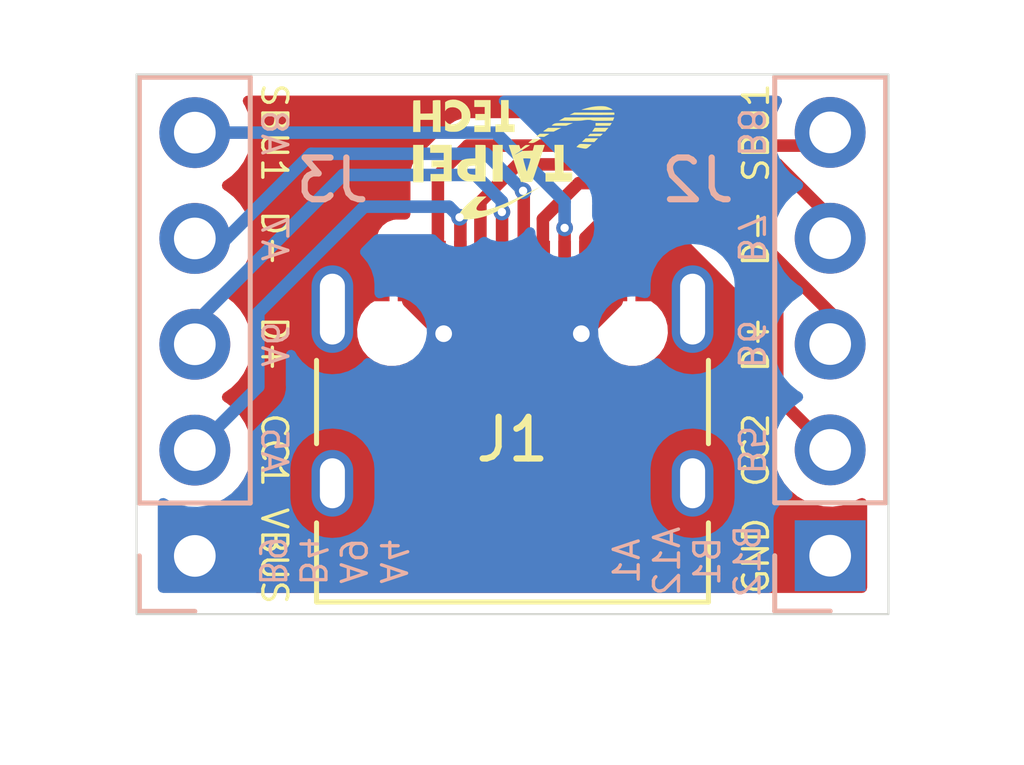
<source format=kicad_pcb>
(kicad_pcb (version 20211014) (generator pcbnew)
  (layers (0 "F.Cu" signal) (31 "B.Cu" signal) (34 "B.Paste" user) (35 "F.Paste" user) (36 "B.SilkS" user "B.Silkscreen") (37 "F.SilkS" user "F.Silkscreen") (38 "B.Mask" user) (39 "F.Mask" user) (44 "Edge.Cuts" user))
  (net 0 "")
  (net 1 "Net-(J1-PadA1)")
  (net 2 "Net-(J1-PadA4)")
  (net 3 "Net-(J1-PadA5)")
  (net 4 "Net-(J1-PadA6)")
  (net 5 "Net-(J1-PadA7)")
  (net 6 "Net-(J1-PadA8)")
  (net 7 "Net-(J1-PadB5)")
  (net 8 "Net-(J1-PadB6)")
  (net 9 "Net-(J1-PadB7)")
  (net 10 "Net-(J1-PadB8)")
  (footprint "type-c:USB_C_Receptacle_HRO_TYPE-C-31-M-12" (layer "F.Cu") (at 142.24 111.506)
    (fp_text reference "J1" (at 0 0) (layer "F.SilkS"))
    (fp_text value "USB_C_Receptacle_USB2.0")
    (fp_line (start -4.7 2) (end -4.7 3.9) (layer "F.SilkS") (width 0.12))
    (fp_line (start -4.7 3.9) (end 4.7 3.9) (layer "F.SilkS") (width 0.12))
    (fp_line (start 4.7 2) (end 4.7 3.9) (layer "F.SilkS") (width 0.12))
    (fp_line (start -4.7 -1.9) (end -4.7 0.1) (layer "F.SilkS") (width 0.12))
    (fp_line (start 4.7 -1.9) (end 4.7 0.1) (layer "F.SilkS") (width 0.12))
    (pad "" np_thru_hole circle (at -2.89 -2.6) (size 0.65 0.65) (drill 0.65) (layers *.Cu *.Mask))
    (pad "" np_thru_hole circle (at 2.89 -2.6) (size 0.65 0.65) (drill 0.65) (layers *.Cu *.Mask))
    (pad "A1" smd rect (at -3.25 -4.045) (size 0.6 1.45) (layers "F.Cu" "F.Paste" "F.Mask") (net 1 "Net-(J1-PadA1)"))
    (pad "A4" smd rect (at -2.45 -4.045) (size 0.6 1.45) (layers "F.Cu" "F.Paste" "F.Mask") (net 2 "Net-(J1-PadA4)"))
    (pad "A5" smd rect (at -1.25 -4.045) (size 0.3 1.45) (layers "F.Cu" "F.Paste" "F.Mask") (net 3 "Net-(J1-PadA5)"))
    (pad "A6" smd rect (at -0.25 -4.045) (size 0.3 1.45) (layers "F.Cu" "F.Paste" "F.Mask") (net 4 "Net-(J1-PadA6)"))
    (pad "A7" smd rect (at 0.25 -4.045) (size 0.3 1.45) (layers "F.Cu" "F.Paste" "F.Mask") (net 5 "Net-(J1-PadA7)"))
    (pad "A8" smd rect (at 1.25 -4.045) (size 0.3 1.45) (layers "F.Cu" "F.Paste" "F.Mask") (net 6 "Net-(J1-PadA8)"))
    (pad "A9" smd rect (at 2.45 -4.045) (size 0.6 1.45) (layers "F.Cu" "F.Paste" "F.Mask") (net 2 "Net-(J1-PadA4)"))
    (pad "A12" smd rect (at 3.25 -4.045) (size 0.6 1.45) (layers "F.Cu" "F.Paste" "F.Mask") (net 1 "Net-(J1-PadA1)"))
    (pad "B1" smd rect (at 3.25 -4.045) (size 0.6 1.45) (layers "F.Cu" "F.Paste" "F.Mask") (net 1 "Net-(J1-PadA1)"))
    (pad "B4" smd rect (at 2.45 -4.045) (size 0.6 1.45) (layers "F.Cu" "F.Paste" "F.Mask") (net 2 "Net-(J1-PadA4)"))
    (pad "B5" smd rect (at 1.75 -4.045) (size 0.3 1.45) (layers "F.Cu" "F.Paste" "F.Mask") (net 7 "Net-(J1-PadB5)"))
    (pad "B6" smd rect (at 0.75 -4.045) (size 0.3 1.45) (layers "F.Cu" "F.Paste" "F.Mask") (net 8 "Net-(J1-PadB6)"))
    (pad "B7" smd rect (at -0.75 -4.045) (size 0.3 1.45) (layers "F.Cu" "F.Paste" "F.Mask") (net 9 "Net-(J1-PadB7)"))
    (pad "B8" smd rect (at -1.75 -4.045) (size 0.3 1.45) (layers "F.Cu" "F.Paste" "F.Mask") (net 10 "Net-(J1-PadB8)"))
    (pad "B9" smd rect (at -2.45 -4.045) (size 0.6 1.45) (layers "F.Cu" "F.Paste" "F.Mask") (net 2 "Net-(J1-PadA4)"))
    (pad "B12" smd rect (at -3.25 -4.045) (size 0.6 1.45) (layers "F.Cu" "F.Paste" "F.Mask") (net 1 "Net-(J1-PadA1)"))
    (pad "S1" thru_hole oval (at 4.32 1.05) (size 1 1.6) (drill oval 0.6 1.2) (layers *.Cu *.Mask) (net 1 "Net-(J1-PadA1)"))
    (pad "S1" thru_hole oval (at 4.32 -3.13) (size 1 2.1) (drill oval 0.6 1.7) (layers *.Cu *.Mask) (net 1 "Net-(J1-PadA1)"))
    (pad "S1" thru_hole oval (at -4.32 -3.13) (size 1 2.1) (drill oval 0.6 1.7) (layers *.Cu *.Mask) (net 1 "Net-(J1-PadA1)"))
    (pad "S1" thru_hole oval (at -4.32 1.05) (size 1 1.6) (drill oval 0.6 1.2) (layers *.Cu *.Mask) (net 1 "Net-(J1-PadA1)"))
  )
  (footprint "type-c:NTUT" (layer "F.Cu") (at 142.24 104.775 180)
    (fp_text reference "G***" hide)
    (fp_text value "LOGO" hide)
    (fp_poly (pts (xy -0.660991 0.535152) (xy -0.563824 0.5375) (xy -0.609765 0.572916) (xy -0.655707 0.608333) (xy -0.76952 0.608333) (xy -0.810899 0.608098) (xy -0.845556 0.607454) (xy -0.870471 0.606491) (xy -0.882626 0.6053) (xy -0.883334 0.604919) (xy -0.876552 0.599657) (xy -0.858453 0.588544) (xy -0.832402 0.573613) (xy -0.820746 0.567156) (xy -0.758158 0.532805)) (layer "F.SilkS") (width 0) (fill solid))
    (fp_poly (pts (xy -1.929816 1.060257) (xy -1.903688 1.060354) (xy -1.370834 1.0625) (xy -1.482968 1.116666) (xy -2.43986 1.116666) (xy -2.445392 1.094627) (xy -2.447113 1.075885) (xy -2.443733 1.065399) (xy -2.434358 1.064181) (xy -2.409737 1.063093) (xy -2.37129 1.06215) (xy -2.320438 1.061364) (xy -2.258602 1.060749) (xy -2.187201 1.060317) (xy -2.107656 1.060082) (xy -2.021388 1.060058)) (layer "F.SilkS") (width 0) (fill solid))
    (fp_poly (pts (xy -1.426282 0.918121) (xy -1.366667 0.918549) (xy -1.1125 0.920833) (xy -1.182341 0.960416) (xy -1.252181 1) (xy -2.441389 1) (xy -2.425844 0.960416) (xy -2.410299 0.920833) (xy -2.179568 0.918617) (xy -2.107781 0.918085) (xy -2.050617 0.918076) (xy -2.006039 0.918668) (xy -1.972008 0.919941) (xy -1.946486 0.921973) (xy -1.927437 0.924845) (xy -1.912822 0.928635) (xy -1.911627 0.929033) (xy -1.862517 0.939091) (xy -1.800208 0.940656) (xy -1.725844 0.933729) (xy -1.695219 0.928966) (xy -1.668019 0.925042) (xy -1.636689 0.922058) (xy -1.59904 0.919943) (xy -1.552882 0.918628) (xy -1.496026 0.918044)) (layer "F.SilkS") (width 0) (fill solid))
    (fp_poly (pts (xy 0.475 0.341666) (xy 0.233333 0.341666) (xy 0.233333 -0.541667) (xy 0.475 -0.541667)) (layer "F.SilkS") (width 0) (fill solid))
    (fp_poly (pts (xy 0.875 -0.537213) (xy 0.943082 -0.537074) (xy 0.996754 -0.536741) (xy 1.038274 -0.536052) (xy 1.0699 -0.534843) (xy 1.093887 -0.532952) (xy 1.112494 -0.530216) (xy 1.127978 -0.526473) (xy 1.142596 -0.521561) (xy 1.154105 -0.517107) (xy 1.20222 -0.491507) (xy 1.248607 -0.452713) (xy 1.250687 -0.450646) (xy 1.284437 -0.412198) (xy 1.306914 -0.373742) (xy 1.31965 -0.330924) (xy 1.32418 -0.279384) (xy 1.323631 -0.243319) (xy 1.317133 -0.183354) (xy 1.301919 -0.134359) (xy 1.27613 -0.09211) (xy 1.240476 -0.05468) (xy 1.21029 -0.030924) (xy 1.177854 -0.01321) (xy 1.139973 -0.000609) (xy 1.09345 0.007807) (xy 1.03509 0.012965) (xy 1.002083 0.014551) (xy 0.891666 0.01884) (xy 0.891666 0.341666) (xy 0.770571 0.341666) (xy 0.719175 0.341236) (xy 0.682702 0.33985) (xy 0.659428 0.337365) (xy 0.647628 0.333636) (xy 0.645487 0.33125) (xy 0.644757 0.321117) (xy 0.644152 0.295924) (xy 0.643679 0.257275) (xy 0.643346 0.206775) (xy 0.643159 0.146031) (xy 0.643124 0.076647) (xy 0.643248 0.000228) (xy 0.643538 -0.08162) (xy 0.643666 -0.108334) (xy 0.645025 -0.377394) (xy 0.891666 -0.377394) (xy 0.891666 -0.154075) (xy 0.960416 -0.159197) (xy 0.994333 -0.162337) (xy 1.023075 -0.166106) (xy 1.041566 -0.169808) (xy 1.044058 -0.17067) (xy 1.063037 -0.186988) (xy 1.076501 -0.214307) (xy 1.083632 -0.24764) (xy 1.083616 -0.281997) (xy 1.075637 -0.312391) (xy 1.069072 -0.323661) (xy 1.050214 -0.343746) (xy 1.026249 -0.357463) (xy 0.993253 -0.366417) (xy 0.951327 -0.371849) (xy 0.891666 -0.377394) (xy 0.645025 -0.377394) (xy 0.645833 -0.5375)) (layer "F.SilkS") (width 0) (fill solid))
    (fp_poly (pts (xy -1.940047 0.704166) (xy -1.97023 0.75) (xy -2.302906 0.75) (xy -2.286016 0.73125) (xy -2.269293 0.712426) (xy -2.249531 0.689849) (xy -2.245686 0.685416) (xy -2.222246 0.658333) (xy -1.909863 0.658333)) (layer "F.SilkS") (width 0) (fill solid))
    (fp_poly (pts (xy -1.860932 0.60764) (xy -2.013809 0.61007) (xy -2.062203 0.610585) (xy -2.10429 0.610549) (xy -2.137467 0.610003) (xy -2.159128 0.60899) (xy -2.166677 0.607588) (xy -2.161044 0.599567) (xy -2.146769 0.584817) (xy -2.137723 0.576338) (xy -2.108778 0.55) (xy -1.805064 0.55)) (layer "F.SilkS") (width 0) (fill solid))
    (fp_poly (pts (xy 2.383333 0.341666) (xy 2.133333 0.341666) (xy 2.133333 -0.558334) (xy 2.383333 -0.558334)) (layer "F.SilkS") (width 0) (fill solid))
    (fp_poly (pts (xy -1.108334 0.800235) (xy -1.04945 0.800313) (xy -1.0054 0.800572) (xy -0.974352 0.801198) (xy -0.954472 0.802379) (xy -0.943928 0.804301) (xy -0.940888 0.807152) (xy -0.943519 0.811119) (xy -0.949988 0.816389) (xy -0.95 0.816399) (xy -0.969757 0.831278) (xy -0.987328 0.842885) (xy -1.005083 0.851622) (xy -1.025396 0.857889) (xy -1.050636 0.862088) (xy -1.083174 0.86462) (xy -1.125383 0.865886) (xy -1.179632 0.866287) (xy -1.244538 0.866232) (xy -1.454167 0.865798) (xy -1.370834 0.832949) (xy -1.2875 0.8001)) (layer "F.SilkS") (width 0) (fill solid))
    (fp_poly (pts (xy 1.466264 0.654748) (xy 1.499543 0.656372) (xy 1.52517 0.659895) (xy 1.547643 0.66591) (xy 1.56875 0.673884) (xy 1.616666 0.693602) (xy 1.616666 0.927346) (xy 1.583948 0.890176) (xy 1.554699 0.862745) (xy 1.522058 0.845193) (xy 1.481818 0.835944) (xy 1.432366 0.833414) (xy 1.38453 0.837436) (xy 1.342747 0.850565) (xy 1.3375 0.85294) (xy 1.303387 0.873561) (xy 1.271005 0.901219) (xy 1.244645 0.931576) (xy 1.228598 0.960293) (xy 1.227294 0.964373) (xy 1.22221 0.995103) (xy 1.2208 1.033069) (xy 1.222772 1.072308) (xy 1.22783 1.106857) (xy 1.235471 1.130365) (xy 1.26961 1.177109) (xy 1.314763 1.212589) (xy 1.36846 1.235341) (xy 1.42661 1.243865) (xy 1.487439 1.239628) (xy 1.538026 1.22432) (xy 1.5771 1.198424) (xy 1.592236 1.181223) (xy 1.616666 1.147499) (xy 1.616666 1.365531) (xy 1.592217 1.382941) (xy 1.546413 1.406878) (xy 1.490122 1.422483) (xy 1.42771 1.428981) (xy 1.363544 1.425598) (xy 1.357075 1.424668) (xy 1.279202 1.404816) (xy 1.206458 1.37079) (xy 1.141256 1.324374) (xy 1.086006 1.267357) (xy 1.043122 1.201522) (xy 1.035993 1.186917) (xy 1.017942 1.132043) (xy 1.008946 1.068885) (xy 1.009248 1.003309) (xy 1.019091 0.941176) (xy 1.02499 0.920861) (xy 1.055684 0.854191) (xy 1.100621 0.79312) (xy 1.157768 0.739681) (xy 1.225086 0.695907) (xy 1.272165 0.674062) (xy 1.296608 0.66535) (xy 1.320654 0.659634) (xy 1.348874 0.656309) (xy 1.385845 0.654772) (xy 1.420833 0.654432)) (layer "F.SilkS") (width 0) (fill solid))
    (fp_poly (pts (xy 1.19385 -1.445207) (xy 1.238742 -1.436634) (xy 1.269721 -1.422306) (xy 1.28749 -1.40183) (xy 1.292756 -1.374811) (xy 1.286222 -1.340855) (xy 1.279691 -1.323376) (xy 1.26004 -1.287245) (xy 1.228556 -1.243155) (xy 1.186901 -1.192921) (xy 1.136738 -1.138362) (xy 1.07973 -1.081296) (xy 1.017541 -1.023541) (xy 0.959315 -0.973145) (xy 0.872798 -0.900794) (xy 0.744939 -0.898314) (xy 0.696468 -0.897501) (xy 0.662548 -0.897382) (xy 0.641074 -0.898156) (xy 0.629938 -0.900019) (xy 0.627033 -0.903168) (xy 0.630253 -0.9078) (xy 0.631457 -0.908932) (xy 0.64362 -0.919805) (xy 0.664924 -0.938651) (xy 0.691966 -0.962466) (xy 0.711668 -0.979766) (xy 0.745234 -1.011077) (xy 0.779171 -1.045854) (xy 0.808017 -1.078389) (xy 0.817726 -1.090573) (xy 0.847401 -1.135246) (xy 0.862531 -1.171877) (xy 0.863093 -1.200606) (xy 0.849062 -1.22157) (xy 0.820414 -1.23491) (xy 0.792039 -1.239748) (xy 0.736755 -1.239675) (xy 0.667947 -1.230186) (xy 0.585794 -1.211349) (xy 0.490478 -1.18323) (xy 0.382181 -1.145897) (xy 0.261084 -1.099415) (xy 0.127368 -1.043852) (xy -0.018786 -0.979274) (xy -0.177197 -0.905748) (xy -0.347682 -0.823342) (xy -0.375 -0.809865) (xy -0.447133 -0.77419) (xy -0.505701 -0.745236) (xy -0.552084 -0.722338) (xy -0.587658 -0.70483) (xy -0.613799 -0.692047) (xy -0.631887 -0.683323) (xy -0.643297 -0.677993) (xy -0.649406 -0.675392) (xy -0.651593 -0.674855) (xy -0.651234 -0.675715) (xy -0.65 -0.677002) (xy -0.641549 -0.682669) (xy -0.620569 -0.695702) (xy -0.588891 -0.715008) (xy -0.548346 -0.739495) (xy -0.500767 -0.768072) (xy -0.447985 -0.799646) (xy -0.391831 -0.833124) (xy -0.334138 -0.867414) (xy -0.276736 -0.901425) (xy -0.221458 -0.934064) (xy -0.170135 -0.964238) (xy -0.124598 -0.990856) (xy -0.091667 -1.009951) (xy 0.047261 -1.088846) (xy 0.174329 -1.15823) (xy 0.290968 -1.218646) (xy 0.39861 -1.270638) (xy 0.498688 -1.314748) (xy 0.592634 -1.35152) (xy 0.681878 -1.381498) (xy 0.767854 -1.405223) (xy 0.851994 -1.423241) (xy 0.935728 -1.436093) (xy 1.02049 -1.444323) (xy 1.059507 -1.446671) (xy 1.13434 -1.448422)) (layer "F.SilkS") (width 0) (fill solid))
    (fp_poly (pts (xy -0.054861 -0.110416) (xy -0.027582 -0.028464) (xy -0.001952 0.048752) (xy 0.021553 0.119783) (xy 0.042458 0.183184) (xy 0.060286 0.237507) (xy 0.074564 0.281306) (xy 0.084816 0.313135) (xy 0.090567 0.331546) (xy 0.091666 0.335634) (xy 0.083814 0.337729) (xy 0.062164 0.339238) (xy 0.029582 0.340065) (xy -0.011072 0.340116) (xy -0.034732 0.3398) (xy -0.161131 0.3375) (xy -0.177209 0.289235) (xy -0.186571 0.262992) (xy -0.193566 0.250077) (xy -0.200354 0.247778) (xy -0.207053 0.251735) (xy -0.220179 0.262228) (xy -0.241665 0.279632) (xy -0.266989 0.300283) (xy -0.268366 0.301409) (xy -0.293656 0.321475) (xy -0.312256 0.33302) (xy -0.330195 0.338297) (xy -0.3535 0.33956) (xy -0.369949 0.339375) (xy -0.396816 0.338079) (xy -0.414931 0.335597) (xy -0.420341 0.332535) (xy -0.412091 0.326171) (xy -0.392472 0.313381) (xy -0.364532 0.296098) (xy -0.335432 0.278678) (xy -0.301343 0.258241) (xy -0.271569 0.239804) (xy -0.249686 0.225618) (xy -0.240109 0.218709) (xy -0.224354 0.211569) (xy -0.215109 0.213019) (xy -0.208723 0.215171) (xy -0.210305 0.212559) (xy -0.206141 0.205873) (xy -0.190127 0.193) (xy -0.16494 0.175915) (xy -0.139472 0.160242) (xy -0.098203 0.135422) (xy -0.071119 0.118276) (xy -0.058241 0.108956) (xy -0.05959 0.107611) (xy -0.075189 0.114394) (xy -0.105059 0.129454) (xy -0.1375 0.146627) (xy -0.229167 0.195833) (xy -0.357683 0.2) (xy -0.486199 0.204166) (xy -0.503516 0.270833) (xy -0.520834 0.3375) (xy -0.648894 0.339805) (xy -0.697649 0.340545) (xy -0.732043 0.340579) (xy -0.754376 0.339686) (xy -0.766946 0.33765) (xy -0.772052 0.33425) (xy -0.771993 0.329268) (xy -0.771591 0.328133) (xy -0.767959 0.317765) (xy -0.759499 0.293121) (xy -0.746725 0.25571) (xy -0.73015 0.207043) (xy -0.710289 0.148632) (xy -0.692357 0.095833) (xy -0.041667 0.095833) (xy -0.0375 0.1) (xy -0.033334 0.095833) (xy -0.0375 0.091666) (xy -0.041667 0.095833) (xy -0.692357 0.095833) (xy -0.687654 0.081985) (xy -0.66276 0.008615) (xy -0.662584 0.008097) (xy -0.433334 0.008097) (xy -0.4257 0.011149) (xy -0.405583 0.013685) (xy -0.377165 0.015595) (xy -0.344623 0.01677) (xy -0.312139 0.017101) (xy -0.283891 0.01648) (xy -0.26406 0.014797) (xy -0.257134 0.012689) (xy -0.258143 0.003987) (xy -0.263043 -0.01766) (xy -0.270991 -0.049219) (xy -0.281145 -0.087654) (xy -0.292663 -0.129931) (xy -0.304701 -0.173014) (xy -0.316419 -0.21387) (xy -0.326972 -0.249463) (xy -0.335519 -0.27676) (xy -0.341217 -0.292724) (xy -0.342678 -0.295456) (xy -0.345985 -0.289129) (xy -0.352906 -0.269698) (xy -0.362561 -0.24011) (xy -0.374071 -0.20331) (xy -0.386556 -0.162245) (xy -0.399136 -0.119861) (xy -0.410932 -0.079102) (xy -0.421062 -0.042917) (xy -0.428649 -0.01425) (xy -0.432811 0.003953) (xy -0.433334 0.008097) (xy -0.662584 0.008097) (xy -0.636121 -0.069969) (xy -0.623404 -0.107506) (xy -0.596103 -0.187868) (xy -0.570219 -0.263597) (xy -0.546274 -0.333199) (xy -0.524789 -0.395177) (xy -0.506287 -0.448036) (xy -0.49129 -0.490281) (xy -0.480319 -0.520416) (xy -0.473897 -0.536947) (xy -0.472604 -0.539584) (xy -0.463778 -0.543914) (xy -0.443897 -0.546994) (xy -0.411382 -0.548942) (xy -0.364653 -0.549876) (xy -0.333008 -0.55) (xy -0.201389 -0.550001)) (layer "F.SilkS") (width 0) (fill solid))
    (fp_poly (pts (xy -1.814584 0.409295) (xy -1.76702 0.410002) (xy -1.725808 0.410836) (xy -1.693595 0.411726) (xy -1.673029 0.412599) (xy -1.666667 0.413308) (xy -1.672206 0.419692) (xy -1.686819 0.43452) (xy -1.707503 0.454755) (xy -1.710417 0.457562) (xy -1.754167 0.49964) (xy -1.903882 0.49982) (xy -2.053598 0.5) (xy -2.008049 0.453728) (xy -1.9625 0.407457)) (layer "F.SilkS") (width 0) (fill solid))
    (fp_poly (pts (xy 0.916666 0.808333) (xy 0.666666 0.808333) (xy 0.666666 0.933333) (xy 0.891666 0.933333) (xy 0.891666 1.083333) (xy 0.666666 1.083333) (xy 0.666666 1.25) (xy 0.916666 1.25) (xy 0.916666 1.416666) (xy 0.525 1.416666) (xy 0.525 0.65) (xy 0.916666 0.65)) (layer "F.SilkS") (width 0) (fill solid))
    (fp_poly (pts (xy -0.439171 0.385137) (xy -0.40992 0.386968) (xy -0.389101 0.389821) (xy -0.380441 0.393144) (xy -0.380515 0.393847) (xy -0.388644 0.401605) (xy -0.406703 0.416485) (xy -0.43124 0.435671) (xy -0.43912 0.441672) (xy -0.493707 0.482996) (xy -0.582271 0.482597) (xy -0.670834 0.482198) (xy -0.6375 0.461596) (xy -0.591077 0.433199) (xy -0.555575 0.412626) (xy -0.5279 0.398682) (xy -0.504956 0.390176) (xy -0.483649 0.385913) (xy -0.460884 0.3847)) (layer "F.SilkS") (width 0) (fill solid))
    (fp_poly (pts (xy -1.991667 0.866666) (xy -2.38357 0.866666) (xy -2.339452 0.8) (xy -1.991667 0.8)) (layer "F.SilkS") (width 0) (fill solid))
    (fp_poly (pts (xy 0.408333 0.833333) (xy 0.275 0.833333) (xy 0.275 1.416666) (xy 0.091666 1.416666) (xy 0.091666 0.833333) (xy -0.05 0.833333) (xy -0.05 0.65) (xy 0.408333 0.65)) (layer "F.SilkS") (width 0) (fill solid))
    (fp_poly (pts (xy 1.817434 0.65181) (xy 1.909869 0.654166) (xy 1.908756 0.797916) (xy 1.907644 0.941666) (xy 2.208333 0.941666) (xy 2.208333 0.65) (xy 2.383333 0.65) (xy 2.383333 1.029166) (xy 2.383301 1.118657) (xy 2.383168 1.1929) (xy 2.38288 1.253313) (xy 2.382382 1.301316) (xy 2.381621 1.338328) (xy 2.380541 1.365766) (xy 2.379088 1.38505) (xy 2.377207 1.397599) (xy 2.374845 1.404831) (xy 2.371946 1.408164) (xy 2.36875 1.409008) (xy 2.353971 1.409458) (xy 2.327477 1.410062) (xy 2.294218 1.41071) (xy 2.283333 1.410902) (xy 2.2125 1.412121) (xy 2.207972 1.091283) (xy 1.9125 1.095833) (xy 1.9125 1.404166) (xy 1.891666 1.40943) (xy 1.872547 1.412317) (xy 1.844454 1.414329) (xy 1.812004 1.415418) (xy 1.77981 1.415535) (xy 1.752486 1.414632) (xy 1.734646 1.412661) (xy 1.730555 1.411111) (xy 1.729413 1.401886) (xy 1.72835 1.377683) (xy 1.727391 1.340192) (xy 1.72656 1.291101) (xy 1.725881 1.2321) (xy 1.725379 1.164877) (xy 1.725079 1.091122) (xy 1.725 1.027504) (xy 1.725 0.649454)) (layer "F.SilkS") (width 0) (fill solid))
    (fp_poly (pts (xy -1.734332 0.25003) (xy -1.701878 0.254836) (xy -1.657422 0.263244) (xy -1.65 0.26466) (xy -1.608837 0.272634) (xy -1.57392 0.279672) (xy -1.54833 0.285132) (xy -1.535148 0.288372) (xy -1.534084 0.288806) (xy -1.537969 0.29531) (xy -1.551438 0.30972) (xy -1.571574 0.328917) (xy -1.571584 0.328926) (xy -1.584769 0.341259) (xy -1.595437 0.350629) (xy -1.605966 0.357342) (xy -1.618737 0.361702) (xy -1.636128 0.364017) (xy -1.660519 0.364591) (xy -1.694287 0.363731) (xy -1.739813 0.361742) (xy -1.799475 0.35893) (xy -1.803585 0.35874) (xy -1.903004 0.354166) (xy -1.853585 0.311714) (xy -1.822419 0.284933) (xy -1.798826 0.266279) (xy -1.778891 0.254847) (xy -1.758697 0.249732)) (layer "F.SilkS") (width 0) (fill solid))
    (fp_poly (pts (xy -0.666667 -0.6625) (xy -0.670834 -0.658334) (xy -0.675 -0.6625) (xy -0.670834 -0.666667)) (layer "F.SilkS") (width 0) (fill solid))
    (fp_poly (pts (xy 1.966666 -0.358334) (xy 1.65 -0.358334) (xy 1.65 -0.2) (xy 1.941666 -0.2) (xy 1.941666 -0.033334) (xy 1.65 -0.033334) (xy 1.65 0.15) (xy 1.975 0.15) (xy 1.975 0.341666) (xy 1.458333 0.341666) (xy 1.458333 -0.533334) (xy 1.966666 -0.533334)) (layer "F.SilkS") (width 0) (fill solid))
    (fp_poly (pts (xy -0.791667 -0.325) (xy -1.019027 -0.325) (xy -1.012914 0.008333) (xy -1.006802 0.341666) (xy -1.225 0.341666) (xy -1.225 -0.325) (xy -1.433334 -0.325) (xy -1.433334 -0.541667) (xy -0.791667 -0.541667)) (layer "F.SilkS") (width 0) (fill solid))
    (fp_poly (pts (xy -1.944233 1.179291) (xy -1.87279 1.179649) (xy -1.80868 1.180215) (xy -1.753496 1.180962) (xy -1.708831 1.181866) (xy -1.676281 1.1829) (xy -1.657439 1.184039) (xy -1.653405 1.185078) (xy -1.67017 1.191864) (xy -1.6995 1.201229) (xy -1.737681 1.21219) (xy -1.780998 1.223761) (xy -1.825736 1.23496) (xy -1.868179 1.2448) (xy -1.904612 1.252299) (xy -1.9125 1.25372) (xy -1.980252 1.263223) (xy -2.050251 1.269111) (xy -2.117936 1.271242) (xy -2.178744 1.269478) (xy -2.228112 1.263677) (xy -2.229316 1.263449) (xy -2.262619 1.254974) (xy -2.298608 1.242461) (xy -2.333775 1.227576) (xy -2.36461 1.211986) (xy -2.387602 1.197357) (xy -2.399242 1.185356) (xy -2.399997 1.182414) (xy -2.391938 1.181748) (xy -2.368869 1.181128) (xy -2.332443 1.180568) (xy -2.284316 1.180083) (xy -2.226145 1.179686) (xy -2.159582 1.179391) (xy -2.086285 1.179214) (xy -2.021412 1.179166)) (layer "F.SilkS") (width 0) (fill solid))
    (fp_poly (pts (xy -0.816388 0.658772) (xy -0.779813 0.659985) (xy -0.75293 0.661813) (xy -0.738458 0.664096) (xy -0.736795 0.665525) (xy -0.745372 0.673267) (xy -0.764261 0.687516) (xy -0.789866 0.705592) (xy -0.798315 0.711358) (xy -0.855389 0.75) (xy -1.013112 0.749414) (xy -1.170834 0.748828) (xy -1.079175 0.703581) (xy -0.987516 0.658333) (xy -0.859933 0.658333)) (layer "F.SilkS") (width 0) (fill solid))
  )
  (footprint "Connector_PinHeader_2.54mm:PinHeader_1x05_P2.54mm_Vertical" (layer "B.Cu") (at 149.86 114.295)
    (fp_text reference "J2" (at -3.175 -9.012) (layer "B.SilkS") (effects (justify mirror)))
    (fp_text value "Conn_01x05")
    (fp_line (start 1.33 -1.27) (end 1.33 -11.49) (layer "B.SilkS") (width 0.12))
    (fp_line (start -1.33 -1.27) (end -1.33 -11.49) (layer "B.SilkS") (width 0.12))
    (fp_line (start -1.33 -11.49) (end 1.33 -11.49) (layer "B.SilkS") (width 0.12))
    (fp_line (start -1.33 -1.27) (end 1.33 -1.27) (layer "B.SilkS") (width 0.12))
    (fp_line (start -1.33 0) (end -1.33 1.33) (layer "B.SilkS") (width 0.12))
    (fp_line (start -1.33 1.33) (end 0 1.33) (layer "B.SilkS") (width 0.12))
    (pad "1" thru_hole rect (at 0 0) (size 1.7 1.7) (drill 1) (layers *.Cu *.Mask) (net 1 "Net-(J1-PadA1)"))
    (pad "2" thru_hole oval (at 0 -2.54) (size 1.7 1.7) (drill 1) (layers *.Cu *.Mask) (net 7 "Net-(J1-PadB5)"))
    (pad "3" thru_hole oval (at 0 -5.08) (size 1.7 1.7) (drill 1) (layers *.Cu *.Mask) (net 8 "Net-(J1-PadB6)"))
    (pad "4" thru_hole oval (at 0 -7.62) (size 1.7 1.7) (drill 1) (layers *.Cu *.Mask) (net 9 "Net-(J1-PadB7)"))
    (pad "5" thru_hole oval (at 0 -10.16) (size 1.7 1.7) (drill 1) (layers *.Cu *.Mask) (net 10 "Net-(J1-PadB8)"))
  )
  (footprint "Connector_PinHeader_2.54mm:PinHeader_1x05_P2.54mm_Vertical" (layer "B.Cu") (at 134.62 114.3)
    (fp_text reference "J3" (at 3.302 -9.017) (layer "B.SilkS") (effects (justify mirror)))
    (fp_text value "Conn_01x05")
    (fp_line (start 1.33 -1.27) (end 1.33 -11.49) (layer "B.SilkS") (width 0.12))
    (fp_line (start -1.33 -1.27) (end 1.33 -1.27) (layer "B.SilkS") (width 0.12))
    (fp_line (start -1.33 -1.27) (end -1.33 -11.49) (layer "B.SilkS") (width 0.12))
    (fp_line (start -1.33 -11.49) (end 1.33 -11.49) (layer "B.SilkS") (width 0.12))
    (fp_line (start -1.33 1.33) (end 0 1.33) (layer "B.SilkS") (width 0.12))
    (fp_line (start -1.33 0) (end -1.33 1.33) (layer "B.SilkS") (width 0.12))
    (pad "1" thru_hole rect (at 0 0) (size 1.7 1.7) (drill 1) (layers *.Cu *.Mask) (net 2 "Net-(J1-PadA4)"))
    (pad "2" thru_hole oval (at 0 -2.54) (size 1.7 1.7) (drill 1) (layers *.Cu *.Mask) (net 3 "Net-(J1-PadA5)"))
    (pad "3" thru_hole oval (at 0 -5.08) (size 1.7 1.7) (drill 1) (layers *.Cu *.Mask) (net 4 "Net-(J1-PadA6)"))
    (pad "4" thru_hole oval (at 0 -7.62) (size 1.7 1.7) (drill 1) (layers *.Cu *.Mask) (net 5 "Net-(J1-PadA7)"))
    (pad "5" thru_hole oval (at 0 -10.16) (size 1.7 1.7) (drill 1) (layers *.Cu *.Mask) (net 6 "Net-(J1-PadA8)"))
  )
  (gr_rect (start 133.223 102.743) (end 151.257 115.697) (layer "Edge.Cuts") (width 0.05) (fill none))
  (gr_text "B8" (at 147.955 104.14 -90) (layer "B.SilkS") (effects (font (size 0.6 0.6) (thickness 0.08)) (justify mirror)))
  (gr_text "A4\nA9\nB4\nB9\n" (at 137.922 114.427 -90) (layer "B.SilkS") (effects (font (size 0.6 0.6) (thickness 0.08)) (justify mirror)))
  (gr_text "A5\n" (at 136.525 111.76 -90) (layer "B.SilkS") (effects (font (size 0.6 0.6) (thickness 0.08)) (justify mirror)))
  (gr_text "B6" (at 147.955 109.22 -90) (layer "B.SilkS") (effects (font (size 0.6 0.6) (thickness 0.08)) (justify mirror)))
  (gr_text "B7" (at 147.955 106.68 -90) (layer "B.SilkS") (effects (font (size 0.6 0.6) (thickness 0.08)) (justify mirror)))
  (gr_text "A6\n" (at 136.525 109.22 -90) (layer "B.SilkS") (effects (font (size 0.6 0.6) (thickness 0.08)) (justify mirror)))
  (gr_text "A8" (at 136.525 104.14 -90) (layer "B.SilkS") (effects (font (size 0.6 0.6) (thickness 0.08)) (justify mirror)))
  (gr_text "B5" (at 147.955 111.76 -90) (layer "B.SilkS") (effects (font (size 0.6 0.6) (thickness 0.08)) (justify mirror)))
  (gr_text "A1\nA12\nB1\nB12\n" (at 146.431 114.427 90) (layer "B.SilkS") (effects (font (size 0.6 0.6) (thickness 0.08)) (justify mirror)))
  (gr_text "A7\n" (at 136.525 106.68 -90) (layer "B.SilkS") (effects (font (size 0.6 0.6) (thickness 0.08)) (justify mirror)))
  (gr_text "SBU1\n" (at 148.082 104.14 90) (layer "F.SilkS") (effects (font (size 0.6 0.6) (thickness 0.08))))
  (gr_text "SBU1\n" (at 136.525 104.14 270) (layer "F.SilkS") (effects (font (size 0.6 0.6) (thickness 0.08))))
  (gr_text "D-\n" (at 148.082 106.68 90) (layer "F.SilkS") (effects (font (size 0.6 0.6) (thickness 0.08))))
  (gr_text "D+" (at 136.525 109.22 270) (layer "F.SilkS") (effects (font (size 0.6 0.6) (thickness 0.08))))
  (gr_text "D-\n" (at 136.525 106.68 270) (layer "F.SilkS") (effects (font (size 0.6 0.6) (thickness 0.08))))
  (gr_text "CC2" (at 148.082 111.76 90) (layer "F.SilkS") (effects (font (size 0.6 0.6) (thickness 0.08))))
  (gr_text "GND" (at 148.082 114.3 90) (layer "F.SilkS") (effects (font (size 0.6 0.6) (thickness 0.08))))
  (gr_text "CC1" (at 136.525 111.76 270) (layer "F.SilkS") (effects (font (size 0.6 0.6) (thickness 0.08))))
  (gr_text "D+" (at 148.082 109.22 90) (layer "F.SilkS") (effects (font (size 0.6 0.6) (thickness 0.08))))
  (gr_text "VBUS" (at 136.525 114.3 270) (layer "F.SilkS") (effects (font (size 0.6 0.6) (thickness 0.08))))
  (segment (start 144.69 107.461) (end 144.69 108.167) (width 0.4) (layer "F.Cu") (net 2))
  (segment (start 139.79 107.461) (end 139.79 108.167) (width 0.4) (layer "F.Cu") (net 2))
  (segment (start 139.79 108.167) (end 140.589 108.966) (width 0.4) (layer "F.Cu") (net 2))
  (segment (start 144.69 108.167) (end 143.891 108.966) (width 0.4) (layer "F.Cu") (net 2))
  (via (at 143.891 108.966) (size 0.8) (drill 0.4) (layers "F.Cu" "B.Cu") (net 2))
  (via (at 140.589 108.966) (size 0.8) (drill 0.4) (layers "F.Cu" "B.Cu") (net 2))
  (segment (start 140.99 106.191) (end 140.99 107.461) (width 0.3) (layer "F.Cu") (net 3))
  (segment (start 140.971 106.172) (end 140.99 106.191) (width 0.3) (layer "F.Cu") (net 3))
  (via (at 140.971 106.172) (size 0.4) (drill 0.2) (layers "F.Cu" "B.Cu") (net 3))
  (segment (start 136.144 110.236) (end 134.62 111.76) (width 0.3) (layer "B.Cu") (net 3))
  (segment (start 140.717 105.918) (end 138.684 105.918) (width 0.3) (layer "B.Cu") (net 3))
  (segment (start 136.144 108.458) (end 136.144 110.236) (width 0.3) (layer "B.Cu") (net 3))
  (segment (start 138.684 105.918) (end 136.144 108.458) (width 0.3) (layer "B.Cu") (net 3))
  (segment (start 140.971 106.172) (end 140.717 105.918) (width 0.3) (layer "B.Cu") (net 3))
  (segment (start 141.99 106.049) (end 141.99 107.461) (width 0.3) (layer "F.Cu") (net 4))
  (segment (start 141.986 106.045) (end 141.99 106.049) (width 0.3) (layer "F.Cu") (net 4))
  (via (at 141.986 106.045) (size 0.4) (drill 0.2) (layers "F.Cu" "B.Cu") (net 4))
  (segment (start 138.176 105.156) (end 134.62 108.712) (width 0.3) (layer "B.Cu") (net 4))
  (segment (start 141.986 106.045) (end 141.986 105.791) (width 0.3) (layer "B.Cu") (net 4))
  (segment (start 141.986 105.791) (end 141.351 105.156) (width 0.3) (layer "B.Cu") (net 4))
  (segment (start 134.62 108.712) (end 134.62 109.22) (width 0.3) (layer "B.Cu") (net 4))
  (segment (start 141.351 105.156) (end 138.176 105.156) (width 0.3) (layer "B.Cu") (net 4))
  (segment (start 142.5105 105.5535) (end 142.5105 107.4405) (width 0.3) (layer "F.Cu") (net 5))
  (segment (start 142.5105 107.4405) (end 142.49 107.461) (width 0.3) (layer "F.Cu") (net 5))
  (segment (start 142.494 105.537) (end 142.5105 105.5535) (width 0.3) (layer "F.Cu") (net 5))
  (via (at 142.494 105.537) (size 0.4) (drill 0.2) (layers "F.Cu" "B.Cu") (net 5))
  (segment (start 135.382 106.68) (end 134.62 106.68) (width 0.3) (layer "B.Cu") (net 5))
  (segment (start 137.414 104.648) (end 135.382 106.68) (width 0.3) (layer "B.Cu") (net 5))
  (segment (start 142.494 105.537) (end 141.605 104.648) (width 0.3) (layer "B.Cu") (net 5))
  (segment (start 141.605 104.648) (end 137.414 104.648) (width 0.3) (layer "B.Cu") (net 5))
  (segment (start 143.4905 106.427674) (end 143.49 106.428174) (width 0.3) (layer "F.Cu") (net 6))
  (segment (start 143.49 106.428174) (end 143.49 107.461) (width 0.3) (layer "F.Cu") (net 6))
  (via (at 143.4905 106.427674) (size 0.4) (drill 0.2) (layers "F.Cu" "B.Cu") (net 6))
  (segment (start 143.4905 106.427674) (end 143.4905 105.796804) (width 0.3) (layer "B.Cu") (net 6))
  (segment (start 143.4905 105.796804) (end 141.833696 104.14) (width 0.3) (layer "B.Cu") (net 6))
  (segment (start 141.833696 104.14) (end 134.62 104.14) (width 0.3) (layer "B.Cu") (net 6))
  (segment (start 149.86 111.755) (end 148.59 110.485) (width 0.3) (layer "F.Cu") (net 7))
  (segment (start 144.735566 105.918) (end 143.99 106.663566) (width 0.3) (layer "F.Cu") (net 7))
  (segment (start 143.99 106.663566) (end 143.99 107.461) (width 0.3) (layer "F.Cu") (net 7))
  (segment (start 148.59 110.485) (end 148.59 107.95) (width 0.3) (layer "F.Cu") (net 7))
  (segment (start 146.558 105.918) (end 144.735566 105.918) (width 0.3) (layer "F.Cu") (net 7))
  (segment (start 148.59 107.95) (end 146.558 105.918) (width 0.3) (layer "F.Cu") (net 7))
  (segment (start 143.830782 105.352) (end 142.9695 106.213282) (width 0.3) (layer "F.Cu") (net 8))
  (segment (start 149.86 108.458) (end 146.754 105.352) (width 0.3) (layer "F.Cu") (net 8))
  (segment (start 149.86 109.215) (end 149.86 108.458) (width 0.3) (layer "F.Cu") (net 8))
  (segment (start 142.9695 107.4405) (end 142.99 107.461) (width 0.3) (layer "F.Cu") (net 8))
  (segment (start 142.9695 106.213282) (end 142.9695 107.4405) (width 0.3) (layer "F.Cu") (net 8))
  (segment (start 146.754 105.352) (end 143.830782 105.352) (width 0.3) (layer "F.Cu") (net 8))
  (segment (start 149.86 106.675) (end 149.86 106.172) (width 0.3) (layer "F.Cu") (net 9))
  (segment (start 141.4705 107.4415) (end 141.49 107.461) (width 0.3) (layer "F.Cu") (net 9))
  (segment (start 142.367 104.902) (end 141.4705 105.7985) (width 0.3) (layer "F.Cu") (net 9))
  (segment (start 148.59 104.902) (end 142.367 104.902) (width 0.3) (layer "F.Cu") (net 9))
  (segment (start 141.4705 105.7985) (end 141.4705 107.4415) (width 0.3) (layer "F.Cu") (net 9))
  (segment (start 149.86 106.172) (end 148.59 104.902) (width 0.3) (layer "F.Cu") (net 9))
  (segment (start 140.4511 107.4221) (end 140.49 107.461) (width 0.3) (layer "F.Cu") (net 10))
  (segment (start 140.4511 105.1669) (end 140.4511 107.4221) (width 0.3) (layer "F.Cu") (net 10))
  (segment (start 149.86 104.135) (end 149.543 104.452) (width 0.3) (layer "F.Cu") (net 10))
  (segment (start 149.543 104.452) (end 141.166 104.452) (width 0.3) (layer "F.Cu") (net 10))
  (segment (start 141.166 104.452) (end 140.4511 105.1669) (width 0.3) (layer "F.Cu") (net 10))
  (zone (net 1) (net_name "Net-(J1-PadA1)") (layer "F.Cu") (connect_pads yes (clearance 0.508)) (min_thickness 0.254) (fill yes (thermal_gap 0.508) (thermal_bridge_width 0.508))
    (polygon (pts (xy 151.638 116.078) (xy 132.842 116.078) (xy 132.842 102.362) (xy 151.638 102.362)))
  )
  (zone (net 2) (net_name "Net-(J1-PadA4)") (layer "B.Cu") (priority 1) (connect_pads yes (clearance 0.508)) (min_thickness 0.254) (fill yes (thermal_gap 0.508) (thermal_bridge_width 0.508))
    (polygon (pts (xy 151.638 116.078) (xy 132.842 116.078) (xy 132.842 102.362) (xy 151.638 102.362)))
  )
)
</source>
